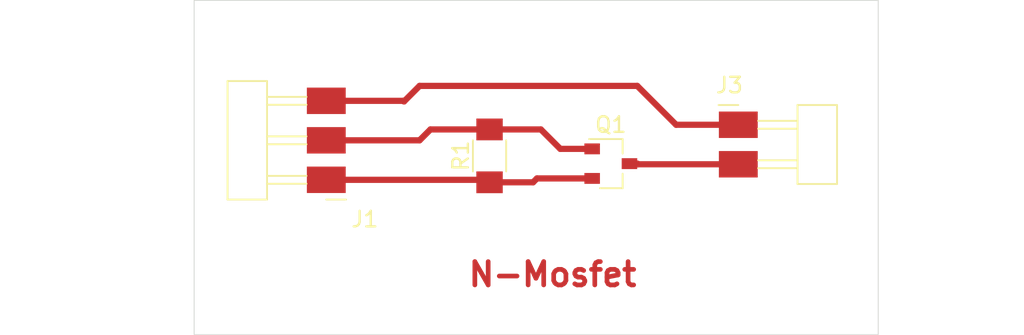
<source format=kicad_pcb>
(kicad_pcb (version 20240108) (generator "pcbnew") (generator_version "8.0")
  (layers (0 "F.Cu" signal) (31 "B.Cu" signal) (34 "B.Paste" user) (35 "F.Paste" user) (36 "B.SilkS" user "B.Silkscreen") (37 "F.SilkS" user "F.Silkscreen") (38 "B.Mask" user) (39 "F.Mask" user) (44 "Edge.Cuts" user))
  (net 0 "")
  (net 1 "/GND")
  (net 2 "/5V")
  (net 3 "/Signal")
  (footprint "fab:PinHeader_1x02_P2.54mm_Horizontal_SMD" (layer "F.Cu") (at 154.5 75.5)
    (property "Reference" "J3" (at -1.524 -2.54 180) (layer "F.SilkS") (effects (justify left)))
    (property "Value" "Conn_PinHeader_1x02_P2.54mm_Horizontal_SMD")
    (fp_line (start -1.27 -1.27) (end 0 -1.27) (stroke (width 0.12)) (layer "F.SilkS"))
    (fp_line (start 3.81 -1.27) (end 6.35 -1.27) (stroke (width 0.12)) (layer "F.SilkS"))
    (fp_line (start 3.81 -0.254) (end 1.27 -0.254) (stroke (width 0.12)) (layer "F.SilkS"))
    (fp_line (start 3.81 0.254) (end 1.27 0.254) (stroke (width 0.12)) (layer "F.SilkS"))
    (fp_line (start 3.81 2.286) (end 1.27 2.286) (stroke (width 0.12)) (layer "F.SilkS"))
    (fp_line (start 3.81 2.794) (end 1.27 2.794) (stroke (width 0.12)) (layer "F.SilkS"))
    (fp_line (start 3.81 3.81) (end 3.81 -1.27) (stroke (width 0.12)) (layer "F.SilkS"))
    (fp_line (start 6.35 -1.27) (end 6.35 3.81) (stroke (width 0.12)) (layer "F.SilkS"))
    (fp_line (start 6.35 3.81) (end 3.81 3.81) (stroke (width 0.12)) (layer "F.SilkS"))
    (pad "1" smd rect (at 0 0) (size 2.5 1.7) (layers "F.Cu" "F.Paste" "F.Mask") (net 2 "/5V"))
    (pad "2" smd rect (at 0 2.54) (size 2.5 1.7) (layers "F.Cu" "F.Paste" "F.Mask") (net 1 "/GND"))
  )
  (footprint "fab:R_1206" (layer "F.Cu") (at 138.5 77.5 90)
    (property "Reference" "R1" (at 0 -1.85 90) (layer "F.SilkS"))
    (property "Value" "10kOhm")
    (fp_line (start -1 -1.07) (end 1 -1.07) (stroke (width 0.12)) (layer "F.SilkS"))
    (fp_line (start 1 1.07) (end -1 1.07) (stroke (width 0.12)) (layer "F.SilkS"))
    (pad "1" smd rect (at -1.7 0 90) (size 1.4 1.7) (layers "F.Cu" "F.Paste" "F.Mask") (net 1 "/GND"))
    (pad "2" smd rect (at 1.7 0 90) (size 1.4 1.7) (layers "F.Cu" "F.Paste" "F.Mask") (net 3 "/Signal"))
  )
  (footprint "fab:PinHeader_1x03_P2.54mm_Horizontal_SMD" (layer "F.Cu") (at 128 79.04 180)
    (property "Reference" "J1" (at -1.524 -2.54 360) (layer "F.SilkS") (effects (justify left)))
    (property "Value" "Conn_PinHeader_1x03_P2.54mm_Horizontal_SMD")
    (fp_line (start 6.35 6.35) (end 3.81 6.35) (stroke (width 0.12)) (layer "F.SilkS"))
    (fp_line (start 6.35 -1.27) (end 6.35 6.35) (stroke (width 0.12)) (layer "F.SilkS"))
    (fp_line (start 3.81 6.35) (end 3.81 -1.27) (stroke (width 0.12)) (layer "F.SilkS"))
    (fp_line (start 3.81 5.334) (end 1.27 5.334) (stroke (width 0.12)) (layer "F.SilkS"))
    (fp_line (start 3.81 4.826) (end 1.27 4.826) (stroke (width 0.12)) (layer "F.SilkS"))
    (fp_line (start 3.81 2.794) (end 1.27 2.794) (stroke (width 0.12)) (layer "F.SilkS"))
    (fp_line (start 3.81 2.286) (end 1.27 2.286) (stroke (width 0.12)) (layer "F.SilkS"))
    (fp_line (start 3.81 0.254) (end 1.27 0.254) (stroke (width 0.12)) (layer "F.SilkS"))
    (fp_line (start 3.81 -0.254) (end 1.27 -0.254) (stroke (width 0.12)) (layer "F.SilkS"))
    (fp_line (start 3.81 -1.27) (end 6.35 -1.27) (stroke (width 0.12)) (layer "F.SilkS"))
    (fp_line (start -1.27 -1.27) (end 0 -1.27) (stroke (width 0.12)) (layer "F.SilkS"))
    (pad "1" smd rect (at 0 0 180) (size 2.5 1.7) (layers "F.Cu" "F.Paste" "F.Mask") (net 1 "/GND"))
    (pad "2" smd rect (at 0 2.54 180) (size 2.5 1.7) (layers "F.Cu" "F.Paste" "F.Mask") (net 3 "/Signal"))
    (pad "3" smd rect (at 0 5.08 180) (size 2.5 1.7) (layers "F.Cu" "F.Paste" "F.Mask") (net 2 "/5V"))
  )
  (footprint "fab:SOT-23-3" (layer "F.Cu") (at 146.3 78)
    (property "Reference" "Q1" (at 0 -2.5 0) (layer "F.SilkS"))
    (property "Value" "Transistor_MOSFET_NCh_SOT23")
    (fp_line (start 0.76 -1.58) (end -1.4 -1.58) (stroke (width 0.12)) (layer "F.SilkS"))
    (fp_line (start 0.76 -1.58) (end 0.76 -0.65) (stroke (width 0.12)) (layer "F.SilkS"))
    (fp_line (start 0.76 1.58) (end -0.7 1.58) (stroke (width 0.12)) (layer "F.SilkS"))
    (fp_line (start 0.76 1.58) (end 0.76 0.65) (stroke (width 0.12)) (layer "F.SilkS"))
    (pad "1" smd rect (at -1.2 -0.95) (size 1 0.7) (layers "F.Cu" "F.Paste" "F.Mask") (net 3 "/Signal"))
    (pad "2" smd rect (at -1.2 0.95) (size 1 0.7) (layers "F.Cu" "F.Paste" "F.Mask") (net 1 "/GND"))
    (pad "3" smd rect (at 1.2 0) (size 1 0.7) (layers "F.Cu" "F.Paste" "F.Mask") (net 1 "/GND"))
  )
  (gr_rect (start 119.5 67.5) (end 163.5 89) (stroke (width 0.05)) (fill none) (layer "Edge.Cuts"))
  (gr_text "N-Mosfet" (at 137 86 0) (layer "F.Cu") (effects (font (size 1.5 1.5) (thickness 0.3) (bold yes)) (justify left bottom)))
  (segment (start 141.55 78.95) (end 145.1 78.95) (width 0.4) (layer "F.Cu") (net 1))
  (segment (start 138.34 79.04) (end 138.5 79.2) (width 0.4) (layer "F.Cu") (net 1))
  (segment (start 148.04 78.04) (end 154.5 78.04) (width 0.4) (layer "F.Cu") (net 1))
  (segment (start 147.5 78) (end 148 78) (width 0.4) (layer "F.Cu") (net 1))
  (segment (start 148 78) (end 148.04 78.04) (width 0.4) (layer "F.Cu") (net 1))
  (segment (start 141.3 79.2) (end 141.55 78.95) (width 0.4) (layer "F.Cu") (net 1))
  (segment (start 128 79.04) (end 138.34 79.04) (width 0.4) (layer "F.Cu") (net 1))
  (segment (start 154.46 78) (end 154.5 78.04) (width 0.4) (layer "F.Cu") (net 1))
  (segment (start 138.5 79.2) (end 141.3 79.2) (width 0.4) (layer "F.Cu") (net 1))
  (segment (start 154.5 75.5) (end 150.5 75.5) (width 0.4) (layer "F.Cu") (net 2))
  (segment (start 148 73) (end 134 73) (width 0.4) (layer "F.Cu") (net 2))
  (segment (start 133 74) (end 132.96 73.96) (width 0.4) (layer "F.Cu") (net 2))
  (segment (start 134 73) (end 133 74) (width 0.4) (layer "F.Cu") (net 2))
  (segment (start 132.96 73.96) (end 128 73.96) (width 0.4) (layer "F.Cu") (net 2))
  (segment (start 150.5 75.5) (end 148 73) (width 0.4) (layer "F.Cu") (net 2))
  (segment (start 134.7 75.8) (end 134 76.5) (width 0.4) (layer "F.Cu") (net 3))
  (segment (start 134 76.5) (end 128 76.5) (width 0.4) (layer "F.Cu") (net 3))
  (segment (start 145.1 77.05) (end 143.05 77.05) (width 0.4) (layer "F.Cu") (net 3))
  (segment (start 143.05 77.05) (end 141.8 75.8) (width 0.4) (layer "F.Cu") (net 3))
  (segment (start 138.5 75.8) (end 134.7 75.8) (width 0.4) (layer "F.Cu") (net 3))
  (segment (start 141.8 75.8) (end 138.5 75.8) (width 0.4) (layer "F.Cu") (net 3))
)
</source>
